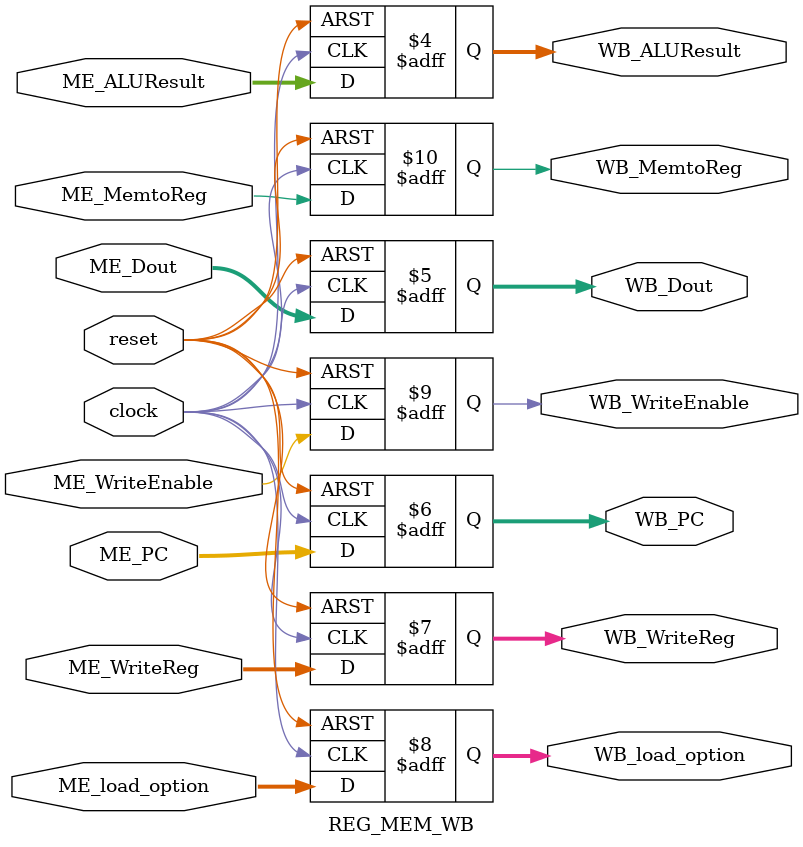
<source format=v>
`timescale 1ns / 1ns


module REG_MEM_WB(ME_WriteEnable, ME_MemtoReg, ME_ALUResult, ME_Dout, ME_WriteReg, ME_load_option, ME_PC, 
                  clock, reset,
                  WB_WriteEnable, WB_MemtoReg, WB_ALUResult, WB_Dout, WB_WriteReg, WB_load_option, WB_PC);

    input [31:0] ME_ALUResult, ME_Dout, ME_PC;
    input [4:0] ME_WriteReg;
    input [2:0] ME_load_option;
    input ME_WriteEnable, ME_MemtoReg;
    input clock, reset;

    output reg[31:0] WB_ALUResult, WB_Dout, WB_PC;
    output reg[4:0] WB_WriteReg;
    output reg[2:0] WB_load_option; 
    output reg WB_WriteEnable, WB_MemtoReg;

    initial begin
        WB_ALUResult = 0;
        WB_Dout = 0;
        WB_WriteReg = 0;
        WB_load_option = 0;
        WB_WriteEnable = 0;
        WB_MemtoReg = 0;
        WB_PC = 0;
    end

    always @(posedge clock or negedge reset) begin
        if (!reset) begin
            WB_ALUResult = 0;
            WB_Dout = 0;
            WB_WriteReg = 0;
            WB_load_option = 0;
            WB_WriteEnable = 0;
            WB_MemtoReg = 0;
            WB_PC = 0;
        end else begin
            WB_ALUResult = ME_ALUResult;
            WB_Dout = ME_Dout;
            WB_WriteReg = ME_WriteReg;
            WB_load_option = ME_load_option;
            WB_WriteEnable = ME_WriteEnable;
            WB_MemtoReg = ME_MemtoReg;
            WB_PC = ME_PC;
        end
    end

endmodule

</source>
